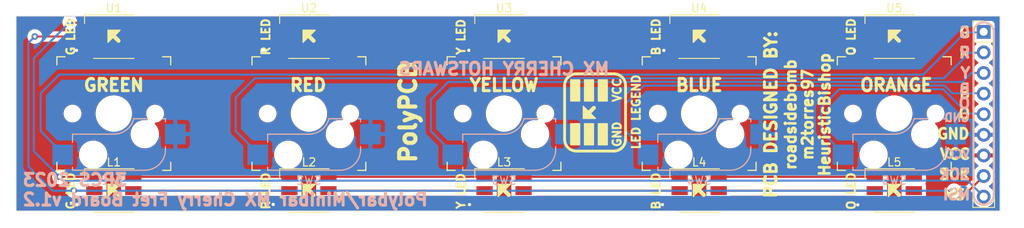
<source format=kicad_pcb>
(kicad_pcb (version 20221018) (generator pcbnew)
  (layers (0 "F.Cu" signal) (31 "B.Cu" signal) (34 "B.Paste" user) (35 "F.Paste" user) (36 "B.SilkS" user "B.Silkscreen") (37 "F.SilkS" user "F.Silkscreen") (38 "B.Mask" user) (39 "F.Mask" user) (44 "Edge.Cuts" user))
  (net 0 "")
  (net 1 "GND")
  (net 2 "Green")
  (net 3 "Red")
  (net 4 "Yellow")
  (net 5 "Blue")
  (net 6 "Orange")
  (net 7 "VCC")
  (net 8 "fret_sck")
  (net 9 "fret_mosi")
  (net 10 "Net-(L1-CO)")
  (net 11 "Net-(L1-DO)")
  (net 12 "Net-(L2-CO)")
  (net 13 "Net-(L2-DO)")
  (net 14 "Net-(L3-CO)")
  (net 15 "Net-(L3-DO)")
  (net 16 "Net-(L4-CO)")
  (net 17 "Net-(L4-DO)")
  (net 20 "Net-(U1-CO)")
  (net 21 "Net-(U1-DO)")
  (net 22 "Net-(U2-CO)")
  (net 23 "Net-(U2-DO)")
  (net 24 "Net-(U3-CO)")
  (net 25 "Net-(U3-DO)")
  (net 26 "Net-(U4-CO)")
  (net 27 "Net-(U4-DO)")
  (footprint "LED_SMD:LED_RGB_5050-6" (layer "F.Cu") (at 98 99.5)
    (fp_text reference "L2" (at 0 -3.5 180) (layer "F.SilkS"))
    (fp_text value "red_fret_led")
    (fp_line (start -3.6 -2.7) (end 2.5 -2.7) (stroke (width 0.12)) (layer "F.SilkS"))
    (fp_line (start -3.6 -1.6) (end -3.6 -2.7) (stroke (width 0.12)) (layer "F.SilkS"))
    (fp_line (start 2.5 2.7) (end -2.5 2.7) (stroke (width 0.12)) (layer "F.SilkS"))
    (pad "1" smd rect (at -2.4 -1.7 90) (size 1.1 2) (layers "F.Cu" "F.Paste" "F.Mask") (net 11 "Net-(L1-DO)"))
    (pad "2" smd rect (at -2.4 0 90) (size 1.1 2) (layers "F.Cu" "F.Paste" "F.Mask") (net 10 "Net-(L1-CO)"))
    (pad "3" smd rect (at -2.4 1.7 90) (size 1.1 2) (layers "F.Cu" "F.Paste" "F.Mask") (net 1 "GND"))
    (pad "4" smd rect (at 2.4 1.7 90) (size 1.1 2) (layers "F.Cu" "F.Paste" "F.Mask") (net 7 "VCC"))
    (pad "5" smd rect (at 2.4 0 90) (size 1.1 2) (layers "F.Cu" "F.Paste" "F.Mask") (net 12 "Net-(L2-CO)"))
    (pad "6" smd rect (at 2.4 -1.7 90) (size 1.1 2) (layers "F.Cu" "F.Paste" "F.Mask") (net 13 "Net-(L2-DO)"))
  )
  (footprint "Minibar:Kailh_Hotswap_MX" (layer "F.Cu") (at 122 90 180)
    (fp_text reference "SW3" (at 0 -8.255) (layer "B.SilkS") (effects (justify mirror)))
    (fp_text value "SW_HS")
    (fp_line (start -6.35 -4.445) (end -6.35 -4.064) (stroke (width 0.15)) (layer "B.SilkS"))
    (fp_line (start -6.35 -1.016) (end -6.35 -0.635) (stroke (width 0.15)) (layer "B.SilkS"))
    (fp_line (start -5.969 -0.635) (end -6.35 -0.635) (stroke (width 0.15)) (layer "B.SilkS"))
    (fp_line (start -3.81 -6.985) (end 5.08 -6.985) (stroke (width 0.15)) (layer "B.SilkS"))
    (fp_line (start -2.464162 -0.635) (end -4.191 -0.635) (stroke (width 0.15)) (layer "B.SilkS"))
    (fp_line (start 5.08 -6.985) (end 5.08 -6.604) (stroke (width 0.15)) (layer "B.SilkS"))
    (fp_line (start 5.08 -3.556) (end 5.08 -2.54) (stroke (width 0.15)) (layer "B.SilkS"))
    (fp_line (start 5.08 -2.54) (end 0 -2.54) (stroke (width 0.15)) (layer "B.SilkS"))
    (fp_arc (start -6.35 -4.445) (mid -5.606051 -6.241051) (end -3.81 -6.985) (stroke (width 0.15)) (layer "B.SilkS"))
    (fp_arc (start -2.464162 -0.61604) (mid -1.563147 -2.002042) (end 0 -2.54) (stroke (width 0.15)) (layer "B.SilkS"))
    (fp_line (start -7 -6) (end -7 -7) (stroke (width 0.15)) (layer "F.SilkS"))
    (fp_line (start -7 7) (end -7 6) (stroke (width 0.15)) (layer "F.SilkS"))
    (fp_line (start -7 7) (end -6 7) (stroke (width 0.15)) (layer "F.SilkS"))
    (fp_line (start -6 -7) (end -7 -7) (stroke (width 0.15)) (layer "F.SilkS"))
    (fp_line (start 6 7) (end 7 7) (stroke (width 0.15)) (layer "F.SilkS"))
    (fp_line (start 7 -7) (end 6 -7) (stroke (width 0.15)) (layer "F.SilkS"))
    (fp_line (start 7 -7) (end 7 -6) (stroke (width 0.15)) (layer "F.SilkS"))
    (fp_line (start 7 6) (end 7 7) (stroke (width 0.15)) (layer "F.SilkS"))
    (pad "" np_thru_hole circle (at -5.08 0 180) (size 1.7018 1.7018) (drill 1.7018) (layers "*.Cu" "*.Mask"))
    (pad "" np_thru_hole circle (at -3.81 -2.54 180) (size 3 3) (drill 3) (layers "*.Cu" "*.Mask"))
    (pad "" np_thru_hole circle (at 0 0 180) (size 3.9878 3.9878) (drill 3.9878) (layers "*.Cu" "*.Mask"))
    (pad "" np_thru_hole circle (at 2.54 -5.08 180) (size 3 3) (drill 3) (layers "*.Cu" "*.Mask"))
    (pad "" np_thru_hole circle (at 5.08 0 180) (size 1.7018 1.7018) (drill 1.7018) (layers "*.Cu" "*.Mask"))
    (pad "1" smd rect (at 6.29 -5.08 180) (size 2.55 2.5) (layers "B.Cu" "B.Paste" "B.Mask") (net 4 "Yellow"))
    (pad "2" smd rect (at -7.56 -2.54 180) (size 2.55 2.5) (layers "B.Cu" "B.Paste" "B.Mask") (net 1 "GND"))
  )
  (footprint "LED_SMD:LED_RGB_5050-6" (layer "F.Cu") (at 146 99.5)
    (fp_text reference "L4" (at 0 -3.5 180) (layer "F.SilkS"))
    (fp_text value "blue_fret_led")
    (fp_line (start -3.6 -2.7) (end 2.5 -2.7) (stroke (width 0.12)) (layer "F.SilkS"))
    (fp_line (start -3.6 -1.6) (end -3.6 -2.7) (stroke (width 0.12)) (layer "F.SilkS"))
    (fp_line (start 2.5 2.7) (end -2.5 2.7) (stroke (width 0.12)) (layer "F.SilkS"))
    (pad "1" smd rect (at -2.4 -1.7 90) (size 1.1 2) (layers "F.Cu" "F.Paste" "F.Mask") (net 15 "Net-(L3-DO)"))
    (pad "2" smd rect (at -2.4 0 90) (size 1.1 2) (layers "F.Cu" "F.Paste" "F.Mask") (net 14 "Net-(L3-CO)"))
    (pad "3" smd rect (at -2.4 1.7 90) (size 1.1 2) (layers "F.Cu" "F.Paste" "F.Mask") (net 1 "GND"))
    (pad "4" smd rect (at 2.4 1.7 90) (size 1.1 2) (layers "F.Cu" "F.Paste" "F.Mask") (net 7 "VCC"))
    (pad "5" smd rect (at 2.4 0 90) (size 1.1 2) (layers "F.Cu" "F.Paste" "F.Mask") (net 16 "Net-(L4-CO)"))
    (pad "6" smd rect (at 2.4 -1.7 90) (size 1.1 2) (layers "F.Cu" "F.Paste" "F.Mask") (net 17 "Net-(L4-DO)"))
  )
  (footprint "LED_SMD:LED_RGB_5050-6" (layer "F.Cu") (at 98 80.5)
    (fp_text reference "U2" (at 0 -3.5 180) (layer "F.SilkS"))
    (fp_text value "red_fret_led")
    (fp_line (start -3.6 -2.7) (end 2.5 -2.7) (stroke (width 0.12)) (layer "F.SilkS"))
    (fp_line (start -3.6 -1.6) (end -3.6 -2.7) (stroke (width 0.12)) (layer "F.SilkS"))
    (fp_line (start 2.5 2.7) (end -2.5 2.7) (stroke (width 0.12)) (layer "F.SilkS"))
    (pad "1" smd rect (at -2.4 -1.7 90) (size 1.1 2) (layers "F.Cu" "F.Paste" "F.Mask") (net 21 "Net-(U1-DO)"))
    (pad "2" smd rect (at -2.4 0 90) (size 1.1 2) (layers "F.Cu" "F.Paste" "F.Mask") (net 20 "Net-(U1-CO)"))
    (pad "3" smd rect (at -2.4 1.7 90) (size 1.1 2) (layers "F.Cu" "F.Paste" "F.Mask") (net 1 "GND"))
    (pad "4" smd rect (at 2.4 1.7 90) (size 1.1 2) (layers "F.Cu" "F.Paste" "F.Mask") (net 7 "VCC"))
    (pad "5" smd rect (at 2.4 0 90) (size 1.1 2) (layers "F.Cu" "F.Paste" "F.Mask") (net 22 "Net-(U2-CO)"))
    (pad "6" smd rect (at 2.4 -1.7 90) (size 1.1 2) (layers "F.Cu" "F.Paste" "F.Mask") (net 23 "Net-(U2-DO)"))
  )
  (footprint "LED_SMD:LED_RGB_5050-6" (layer "F.Cu") (at 146 80.5)
    (fp_text reference "U4" (at 0 -3.5 180) (layer "F.SilkS"))
    (fp_text value "blue_fret_led")
    (fp_line (start -3.6 -2.7) (end 2.5 -2.7) (stroke (width 0.12)) (layer "F.SilkS"))
    (fp_line (start -3.6 -1.6) (end -3.6 -2.7) (stroke (width 0.12)) (layer "F.SilkS"))
    (fp_line (start 2.5 2.7) (end -2.5 2.7) (stroke (width 0.12)) (layer "F.SilkS"))
    (pad "1" smd rect (at -2.4 -1.7 90) (size 1.1 2) (layers "F.Cu" "F.Paste" "F.Mask") (net 25 "Net-(U3-DO)"))
    (pad "2" smd rect (at -2.4 0 90) (size 1.1 2) (layers "F.Cu" "F.Paste" "F.Mask") (net 24 "Net-(U3-CO)"))
    (pad "3" smd rect (at -2.4 1.7 90) (size 1.1 2) (layers "F.Cu" "F.Paste" "F.Mask") (net 1 "GND"))
    (pad "4" smd rect (at 2.4 1.7 90) (size 1.1 2) (layers "F.Cu" "F.Paste" "F.Mask") (net 7 "VCC"))
    (pad "5" smd rect (at 2.4 0 90) (size 1.1 2) (layers "F.Cu" "F.Paste" "F.Mask") (net 26 "Net-(U4-CO)"))
    (pad "6" smd rect (at 2.4 -1.7 90) (size 1.1 2) (layers "F.Cu" "F.Paste" "F.Mask") (net 27 "Net-(U4-DO)"))
  )
  (footprint "LED_SMD:LED_RGB_5050-6" (layer "F.Cu") (at 170 80.5)
    (fp_text reference "U5" (at 0 -3.5 180) (layer "F.SilkS"))
    (fp_text value "orange_fret_led")
    (fp_line (start -3.6 -2.7) (end 2.5 -2.7) (stroke (width 0.12)) (layer "F.SilkS"))
    (fp_line (start -3.6 -1.6) (end -3.6 -2.7) (stroke (width 0.12)) (layer "F.SilkS"))
    (fp_line (start 2.5 2.7) (end -2.5 2.7) (stroke (width 0.12)) (layer "F.SilkS"))
    (pad "1" smd rect (at -2.4 -1.7 90) (size 1.1 2) (layers "F.Cu" "F.Paste" "F.Mask") (net 27 "Net-(U4-DO)"))
    (pad "2" smd rect (at -2.4 0 90) (size 1.1 2) (layers "F.Cu" "F.Paste" "F.Mask") (net 26 "Net-(U4-CO)"))
    (pad "3" smd rect (at -2.4 1.7 90) (size 1.1 2) (layers "F.Cu" "F.Paste" "F.Mask") (net 1 "GND"))
    (pad "4" smd rect (at 2.4 1.7 90) (size 1.1 2) (layers "F.Cu" "F.Paste" "F.Mask") (net 7 "VCC"))
    (pad "5" smd rect (at 2.4 0 90) (size 1.1 2) (layers "F.Cu" "F.Paste" "F.Mask"))
    (pad "6" smd rect (at 2.4 -1.7 90) (size 1.1 2) (layers "F.Cu" "F.Paste" "F.Mask"))
  )
  (footprint "LED_SMD:LED_RGB_5050-6" (layer "F.Cu") (at 74 80.5)
    (fp_text reference "U1" (at 0 -3.5 180) (layer "F.SilkS"))
    (fp_text value "green_fret_led")
    (fp_line (start -3.6 -2.7) (end 2.5 -2.7) (stroke (width 0.12)) (layer "F.SilkS"))
    (fp_line (start -3.6 -1.6) (end -3.6 -2.7) (stroke (width 0.12)) (layer "F.SilkS"))
    (fp_line (start 2.5 2.7) (end -2.5 2.7) (stroke (width 0.12)) (layer "F.SilkS"))
    (pad "1" smd rect (at -2.4 -1.7 90) (size 1.1 2) (layers "F.Cu" "F.Paste" "F.Mask") (net 9 "fret_mosi"))
    (pad "2" smd rect (at -2.4 0 90) (size 1.1 2) (layers "F.Cu" "F.Paste" "F.Mask") (net 8 "fret_sck"))
    (pad "3" smd rect (at -2.4 1.7 90) (size 1.1 2) (layers "F.Cu" "F.Paste" "F.Mask") (net 1 "GND"))
    (pad "4" smd rect (at 2.4 1.7 90) (size 1.1 2) (layers "F.Cu" "F.Paste" "F.Mask") (net 7 "VCC"))
    (pad "5" smd rect (at 2.4 0 90) (size 1.1 2) (layers "F.Cu" "F.Paste" "F.Mask") (net 20 "Net-(U1-CO)"))
    (pad "6" smd rect (at 2.4 -1.7 90) (size 1.1 2) (layers "F.Cu" "F.Paste" "F.Mask") (net 21 "Net-(U1-DO)"))
  )
  (footprint "LED_SMD:LED_RGB_5050-6" (layer "F.Cu") (at 170 99.5)
    (fp_text reference "L5" (at 0 -3.5 180) (layer "F.SilkS"))
    (fp_text value "orange_fret_led")
    (fp_line (start -3.6 -2.7) (end 2.5 -2.7) (stroke (width 0.12)) (layer "F.SilkS"))
    (fp_line (start -3.6 -1.6) (end -3.6 -2.7) (stroke (width 0.12)) (layer "F.SilkS"))
    (fp_line (start 2.5 2.7) (end -2.5 2.7) (stroke (width 0.12)) (layer "F.SilkS"))
    (pad "1" smd rect (at -2.4 -1.7 90) (size 1.1 2) (layers "F.Cu" "F.Paste" "F.Mask") (net 17 "Net-(L4-DO)"))
    (pad "2" smd rect (at -2.4 0 90) (size 1.1 2) (layers "F.Cu" "F.Paste" "F.Mask") (net 16 "Net-(L4-CO)"))
    (pad "3" smd rect (at -2.4 1.7 90) (size 1.1 2) (layers "F.Cu" "F.Paste" "F.Mask") (net 1 "GND"))
    (pad "4" smd rect (at 2.4 1.7 90) (size 1.1 2) (layers "F.Cu" "F.Paste" "F.Mask") (net 7 "VCC"))
    (pad "5" smd rect (at 2.4 0 90) (size 1.1 2) (layers "F.Cu" "F.Paste" "F.Mask"))
    (pad "6" smd rect (at 2.4 -1.7 90) (size 1.1 2) (layers "F.Cu" "F.Paste" "F.Mask"))
  )
  (footprint "Minibar:Kailh_Hotswap_MX" (layer "F.Cu") (at 74 90 180)
    (fp_text reference "SW1" (at 0 -8.255) (layer "B.SilkS") (effects (justify mirror)))
    (fp_text value "SW_HS")
    (fp_line (start -6.35 -4.445) (end -6.35 -4.064) (stroke (width 0.15)) (layer "B.SilkS"))
    (fp_line (start -6.35 -1.016) (end -6.35 -0.635) (stroke (width 0.15)) (layer "B.SilkS"))
    (fp_line (start -5.969 -0.635) (end -6.35 -0.635) (stroke (width 0.15)) (layer "B.SilkS"))
    (fp_line (start -3.81 -6.985) (end 5.08 -6.985) (stroke (width 0.15)) (layer "B.SilkS"))
    (fp_line (start -2.464162 -0.635) (end -4.191 -0.635) (stroke (width 0.15)) (layer "B.SilkS"))
    (fp_line (start 5.08 -6.985) (end 5.08 -6.604) (stroke (width 0.15)) (layer "B.SilkS"))
    (fp_line (start 5.08 -3.556) (end 5.08 -2.54) (stroke (width 0.15)) (layer "B.SilkS"))
    (fp_line (start 5.08 -2.54) (end 0 -2.54) (stroke (width 0.15)) (layer "B.SilkS"))
    (fp_arc (start -6.35 -4.445) (mid -5.606051 -6.241051) (end -3.81 -6.985) (stroke (width 0.15)) (layer "B.SilkS"))
    (fp_arc (start -2.464162 -0.61604) (mid -1.563147 -2.002042) (end 0 -2.54) (stroke (width 0.15)) (layer "B.SilkS"))
    (fp_line (start -7 -6) (end -7 -7) (stroke (width 0.15)) (layer "F.SilkS"))
    (fp_line (start -7 7) (end -7 6) (stroke (width 0.15)) (layer "F.SilkS"))
    (fp_line (start -7 7) (end -6 7) (stroke (width 0.15)) (layer "F.SilkS"))
    (fp_line (start -6 -7) (end -7 -7) (stroke (width 0.15)) (layer "F.SilkS"))
    (fp_line (start 6 7) (end 7 7) (stroke (width 0.15)) (layer "F.SilkS"))
    (fp_line (start 7 -7) (end 6 -7) (stroke (width 0.15)) (layer "F.SilkS"))
    (fp_line (start 7 -7) (end 7 -6) (stroke (width 0.15)) (layer "F.SilkS"))
    (fp_line (start 7 6) (end 7 7) (stroke (width 0.15)) (layer "F.SilkS"))
    (pad "" np_thru_hole circle (at -5.08 0 180) (size 1.7018 1.7018) (drill 1.7018) (layers "*.Cu" "*.Mask"))
    (pad "" np_thru_hole circle (at -3.81 -2.54 180) (size 3 3) (drill 3) (layers "*.Cu" "*.Mask"))
    (pad "" np_thru_hole circle (at 0 0 180) (size 3.9878 3.9878) (drill 3.9878) (layers "*.Cu" "*.Mask"))
    (pad "" np_thru_hole circle (at 2.54 -5.08 180) (size 3 3) (drill 3) (layers "*.Cu" "*.Mask"))
    (pad "" np_thru_hole circle (at 5.08 0 180) (size 1.7018 1.7018) (drill 1.7018) (layers "*.Cu" "*.Mask"))
    (pad "1" smd rect (at 6.29 -5.08 180) (size 2.55 2.5) (layers "B.Cu" "B.Paste" "B.Mask") (net 2 "Green"))
    (pad "2" smd rect (at -7.56 -2.54 180) (size 2.55 2.5) (layers "B.Cu" "B.Paste" "B.Mask") (net 1 "GND"))
  )
  (footprint "LED_SMD:LED_RGB_5050-6" (layer "F.Cu") (at 122 99.5)
    (fp_text reference "L3" (at 0 -3.5 180) (layer "F.SilkS"))
    (fp_text value "yellow_fret_led")
    (fp_line (start -3.6 -2.7) (end 2.5 -2.7) (stroke (width 0.12)) (layer "F.SilkS"))
    (fp_line (start -3.6 -1.6) (end -3.6 -2.7) (stroke (width 0.12)) (layer "F.SilkS"))
    (fp_line (start 2.5 2.7) (end -2.5 2.7) (stroke (width 0.12)) (layer "F.SilkS"))
    (pad "1" smd rect (at -2.4 -1.7 90) (size 1.1 2) (layers "F.Cu" "F.Paste" "F.Mask") (net 13 "Net-(L2-DO)"))
    (pad "2" smd rect (at -2.4 0 90) (size 1.1 2) (layers "F.Cu" "F.Paste" "F.Mask") (net 12 "Net-(L2-CO)"))
    (pad "3" smd rect (at -2.4 1.7 90) (size 1.1 2) (layers "F.Cu" "F.Paste" "F.Mask") (net 1 "GND"))
    (pad "4" smd rect (at 2.4 1.7 90) (size 1.1 2) (layers "F.Cu" "F.Paste" "F.Mask") (net 7 "VCC"))
    (pad "5" smd rect (at 2.4 0 90) (size 1.1 2) (layers "F.Cu" "F.Paste" "F.Mask") (net 14 "Net-(L3-CO)"))
    (pad "6" smd rect (at 2.4 -1.7 90) (size 1.1 2) (layers "F.Cu" "F.Paste" "F.Mask") (net 15 "Net-(L3-DO)"))
  )
  (footprint "Minibar:Kailh_Hotswap_MX" (layer "F.Cu") (at 170 90 180)
    (fp_text reference "SW5" (at 0 -8.255) (layer "B.SilkS") (effects (justify mirror)))
    (fp_text value "SW_HS")
    (fp_line (start -6.35 -4.445) (end -6.35 -4.064) (stroke (width 0.15)) (layer "B.SilkS"))
    (fp_line (start -6.35 -1.016) (end -6.35 -0.635) (stroke (width 0.15)) (layer "B.SilkS"))
    (fp_line (start -5.969 -0.635) (end -6.35 -0.635) (stroke (width 0.15)) (layer "B.SilkS"))
    (fp_line (start -3.81 -6.985) (end 5.08 -6.985) (stroke (width 0.15)) (layer "B.SilkS"))
    (fp_line (start -2.464162 -0.635) (end -4.191 -0.635) (stroke (width 0.15)) (layer "B.SilkS"))
    (fp_line (start 5.08 -6.985) (end 5.08 -6.604) (stroke (width 0.15)) (layer "B.SilkS"))
    (fp_line (start 5.08 -3.556) (end 5.08 -2.54) (stroke (width 0.15)) (layer "B.SilkS"))
    (fp_line (start 5.08 -2.54) (end 0 -2.54) (stroke (width 0.15)) (layer "B.SilkS"))
    (fp_arc (start -6.35 -4.445) (mid -5.606051 -6.241051) (end -3.81 -6.985) (stroke (width 0.15)) (layer "B.SilkS"))
    (fp_arc (start -2.464162 -0.61604) (mid -1.563147 -2.002042) (end 0 -2.54) (stroke (width 0.15)) (layer "B.SilkS"))
    (fp_line (start -7 -6) (end -7 -7) (stroke (width 0.15)) (layer "F.SilkS"))
    (fp_line (start -7 7) (end -7 6) (stroke (width 0.15)) (layer "F.SilkS"))
    (fp_line (start -7 7) (end -6 7) (stroke (width 0.15)) (layer "F.SilkS"))
    (fp_line (start -6 -7) (end -7 -7) (stroke (width 0.15)) (layer "F.SilkS"))
    (fp_line (start 6 7) (end 7 7) (stroke (width 0.15)) (layer "F.SilkS"))
    (fp_line (start 7 -7) (end 6 -7) (stroke (width 0.15)) (layer "F.SilkS"))
    (fp_line (start 7 -7) (end 7 -6) (stroke (width 0.15)) (layer "F.SilkS"))
    (fp_line (start 7 6) (end 7 7) (stroke (width 0.15)) (layer "F.SilkS"))
    (pad "" np_thru_hole circle (at -5.08 0 180) (size 1.7018 1.7018) (drill 1.7018) (layers "*.Cu" "*.Mask"))
    (pad "" np_thru_hole circle (at -3.81 -2.54 180) (size 3 3) (drill 3) (layers "*.Cu" "*.Mask"))
    (pad "" np_thru_hole circle (at 0 0 180) (size 3.9878 3.9878) (drill 3.9878) (layers "*.Cu" "*.Mask"))
    (pad "" np_thru_hole circle (at 2.54 -5.08 180) (size 3 3) (drill 3) (layers "*.Cu" "*.Mask"))
    (pad "" np_thru_hole circle (at 5.08 0 180) (size 1.7018 1.7018) (drill 1.7018) (layers "*.Cu" "*.Mask"))
    (pad "1" smd rect (at 6.29 -5.08 180) (size 2.55 2.5) (layers "B.Cu" "B.Paste" "B.Mask") (net 6 "Orange"))
    (pad "2" smd rect (at -7.56 -2.54 180) (size 2.55 2.5) (layers "B.Cu" "B.Paste" "B.Mask") (net 1 "GND"))
  )
  (footprint "LED_SMD:LED_RGB_5050-6" (layer "F.Cu") (at 122 80.5)
    (fp_text reference "U3" (at 0 -3.5 180) (layer "F.SilkS"))
    (fp_text value "yellow_fret_led")
    (fp_line (start -3.6 -2.7) (end 2.5 -2.7) (stroke (width 0.12)) (layer "F.SilkS"))
    (fp_line (start -3.6 -1.6) (end -3.6 -2.7) (stroke (width 0.12)) (layer "F.SilkS"))
    (fp_line (start 2.5 2.7) (end -2.5 2.7) (stroke (width 0.12)) (layer "F.SilkS"))
    (pad "1" smd rect (at -2.4 -1.7 90) (size 1.1 2) (layers "F.Cu" "F.Paste" "F.Mask") (net 23 "Net-(U2-DO)"))
    (pad "2" smd rect (at -2.4 0 90) (size 1.1 2) (layers "F.Cu" "F.Paste" "F.Mask") (net 22 "Net-(U2-CO)"))
    (pad "3" smd rect (at -2.4 1.7 90) (size 1.1 2) (layers "F.Cu" "F.Paste" "F.Mask") (net 1 "GND"))
    (pad "4" smd rect (at 2.4 1.7 90) (size 1.1 2) (layers "F.Cu" "F.Paste" "F.Mask") (net 7 "VCC"))
    (pad "5" smd rect (at 2.4 0 90) (size 1.1 2) (layers "F.Cu" "F.Paste" "F.Mask") (net 24 "Net-(U3-CO)"))
    (pad "6" smd rect (at 2.4 -1.7 90) (size 1.1 2) (layers "F.Cu" "F.Paste" "F.Mask") (net 25 "Net-(U3-DO)"))
  )
  (footprint "Minibar:Kailh_Hotswap_MX" (layer "F.Cu") (at 146 90 180)
    (fp_text reference "SW4" (at 0 -8.255) (layer "B.SilkS") (effects (justify mirror)))
    (fp_text value "SW_HS")
    (fp_line (start -6.35 -4.445) (end -6.35 -4.064) (stroke (width 0.15)) (layer "B.SilkS"))
    (fp_line (start -6.35 -1.016) (end -6.35 -0.635) (stroke (width 0.15)) (layer "B.SilkS"))
    (fp_line (start -5.969 -0.635) (end -6.35 -0.635) (stroke (width 0.15)) (layer "B.SilkS"))
    (fp_line (start -3.81 -6.985) (end 5.08 -6.985) (stroke (width 0.15)) (layer "B.SilkS"))
    (fp_line (start -2.464162 -0.635) (end -4.191 -0.635) (stroke (width 0.15)) (layer "B.SilkS"))
    (fp_line (start 5.08 -6.985) (end 5.08 -6.604) (stroke (width 0.15)) (layer "B.SilkS"))
    (fp_line (start 5.08 -3.556) (end 5.08 -2.54) (stroke (width 0.15)) (layer "B.SilkS"))
    (fp_line (start 5.08 -2.54) (end 0 -2.54) (stroke (width 0.15)) (layer "B.SilkS"))
    (fp_arc (start -6.35 -4.445) (mid -5.606051 -6.241051) (end -3.81 -6.985) (stroke (width 0.15)) (layer "B.SilkS"))
    (fp_arc (start -2.464162 -0.61604) (mid -1.563147 -2.002042) (end 0 -2.54) (stroke (width 0.15)) (layer "B.SilkS"))
    (fp_line (start -7 -6) (end -7 -7) (stroke (width 0.15)) (layer "F.SilkS"))
    (fp_line (start -7 7) (end -7 6) (stroke (width 0.15)) (layer "F.SilkS"))
    (fp_line (start -7 7) (end -6 7) (stroke (width 0.15)) (layer "F.SilkS"))
    (fp_line (start -6 -7) (end -7 -7) (stroke (width 0.15)) (layer "F.SilkS"))
    (fp_line (start 6 7) (end 7 7) (stroke (width 0.15)) (layer "F.SilkS"))
    (fp_line (start 7 -7) (end 6 -7) (stroke (width 0.15)) (layer "F.SilkS"))
    (fp_line (start 7 -7) (end 7 -6) (stroke (width 0.15)) (layer "F.SilkS"))
    (fp_line (start 7 6) (end 7 7) (stroke (width 0.15)) (layer "F.SilkS"))
    (pad "" np_thru_hole circle (at -5.08 0 180) (size 1.7018 1.7018) (drill 1.7018) (layers "*.Cu" "*.Mask"))
    (pad "" np_thru_hole circle (at -3.81 -2.54 180) (size 3 3) (drill 3) (layers "*.Cu" "*.Mask"))
    (pad "" np_thru_hole circle (at 0 0 180) (size 3.9878 3.9878) (drill 3.9878) (layers "*.Cu" "*.Mask"))
    (pad "" np_thru_hole circle (at 2.54 -5.08 180) (size 3 3) (drill 3) (layers "*.Cu" "*.Mask"))
    (pad "" np_thru_hole circle (at 5.08 0 180) (size 1.7018 1.7018) (drill 1.7018) (layers "*.Cu" "*.Mask"))
    (pad "1" smd rect (at 6.29 -5.08 180) (size 2.55 2.5) (layers "B.Cu" "B.Paste" "B.Mask") (net 5 "Blue"))
    (pad "2" smd rect (at -7.56 -2.54 180) (size 2.55 2.5) (layers "B.Cu" "B.Paste" "B.Mask") (net 1 "GND"))
  )
  (footprint "LED_SMD:LED_RGB_5050-6" (layer "F.Cu") (at 74 99.5)
    (fp_text reference "L1" (at 0 -3.5 180) (layer "F.SilkS"))
    (fp_text value "green_fret_led")
    (fp_line (start -3.6 -2.7) (end 2.5 -2.7) (stroke (width 0.12)) (layer "F.SilkS"))
    (fp_line (start -3.6 -1.6) (end -3.6 -2.7) (stroke (width 0.12)) (layer "F.SilkS"))
    (fp_line (start 2.5 2.7) (end -2.5 2.7) (stroke (width 0.12)) (layer "F.SilkS"))
    (pad "1" smd rect (at -2.4 -1.7 90) (size 1.1 2) (layers "F.Cu" "F.Paste" "F.Mask") (net 9 "fret_mosi"))
    (pad "2" smd rect (at -2.4 0 90) (size 1.1 2) (layers "F.Cu" "F.Paste" "F.Mask") (net 8 "fret_sck"))
    (pad "3" smd rect (at -2.4 1.7 90) (size 1.1 2) (layers "F.Cu" "F.Paste" "F.Mask") (net 1 "GND"))
    (pad "4" smd rect (at 2.4 1.7 90) (size 1.1 2) (layers "F.Cu" "F.Paste" "F.Mask") (net 7 "VCC"))
    (pad "5" smd rect (at 2.4 0 90) (size 1.1 2) (layers "F.Cu" "F.Paste" "F.Mask") (net 10 "Net-(L1-CO)"))
    (pad "6" smd rect (at 2.4 -1.7 90) (size 1.1 2) (layers "F.Cu" "F.Paste" "F.Mask") (net 11 "Net-(L1-DO)"))
  )
  (footprint "Minibar:Kailh_Hotswap_MX" (layer "F.Cu") (at 98 90 180)
    (fp_text reference "SW2" (at 0 -8.255) (layer "B.SilkS") (effects (justify mirror)))
    (fp_text value "SW_HS")
    (fp_line (start -6.35 -4.445) (end -6.35 -4.064) (stroke (width 0.15)) (layer "B.SilkS"))
    (fp_line (start -6.35 -1.016) (end -6.35 -0.635) (stroke (width 0.15)) (layer "B.SilkS"))
    (fp_line (start -5.969 -0.635) (end -6.35 -0.635) (stroke (width 0.15)) (layer "B.SilkS"))
    (fp_line (start -3.81 -6.985) (end 5.08 -6.985) (stroke (width 0.15)) (layer "B.SilkS"))
    (fp_line (start -2.464162 -0.635) (end -4.191 -0.635) (stroke (width 0.15)) (layer "B.SilkS"))
    (fp_line (start 5.08 -6.985) (end 5.08 -6.604) (stroke (width 0.15)) (layer "B.SilkS"))
    (fp_line (start 5.08 -3.556) (end 5.08 -2.54) (stroke (width 0.15)) (layer "B.SilkS"))
    (fp_line (start 5.08 -2.54) (end 0 -2.54) (stroke (width 0.15)) (layer "B.SilkS"))
    (fp_arc (start -6.35 -4.445) (mid -5.606051 -6.241051) (end -3.81 -6.985) (stroke (width 0.15)) (layer "B.SilkS"))
    (fp_arc (start -2.464162 -0.61604) (mid -1.563147 -2.002042) (end 0 -2.54) (stroke (width 0.15)) (layer "B.SilkS"))
    (fp_line (start -7 -6) (end -7 -7) (stroke (width 0.15)) (layer "F.SilkS"))
    (fp_line (start -7 7) (end -7 6) (stroke (width 0.15)) (layer "F.SilkS"))
    (fp_line (start -7 7) (end -6 7) (stroke (width 0.15)) (layer "F.SilkS"))
    (fp_line (start -6 -7) (end -7 -7) (stroke (width 0.15)) (layer "F.SilkS"))
    (fp_line (start 6 7) (end 7 7) (stroke (width 0.15)) (layer "F.SilkS"))
    (fp_line (start 7 -7) (end 6 -7) (stroke (width 0.15)) (layer "F.SilkS"))
    (fp_line (start 7 -7) (end 7 -6) (stroke (width 0.15)) (layer "F.SilkS"))
    (fp_line (start 7 6) (end 7 7) (stroke (width 0.15)) (layer "F.SilkS"))
    (pad "" np_thru_hole circle (at -5.08 0 180) (size 1.7018 1.7018) (drill 1.7018) (layers "*.Cu" "*.Mask"))
    (pad "" np_thru_hole circle (at -3.81 -2.54 180) (size 3 3) (drill 3) (layers "*.Cu" "*.Mask"))
    (pad "" np_thru_hole circle (at 0 0 180) (size 3.9878 3.9878) (drill 3.9878) (layers "*.Cu" "*.Mask"))
    (pad "" np_thru_hole circle (at 2.54 -5.08 180) (size 3 3) (drill 3) (layers "*.Cu" "*.Mask"))
    (pad "" np_thru_hole circle (at 5.08 0 180) (size 1.7018 1.7018) (drill 1.7018) (layers "*.Cu" "*.Mask"))
    (pad "1" smd rect (at 6.29 -5.08 180) (size 2.55 2.5) (layers "B.Cu" "B.Paste" "B.Mask") (net 3 "Red"))
    (pad "2" smd rect (at -7.56 -2.54 180) (size 2.55 2.5) (layers "B.Cu" "B.Paste" "B.Mask") (net 1 "GND"))
  )
  (footprint "Connector_PinHeader_2.54mm:PinHeader_1x09_P2.54mm_Vertical" (layer "F.Cu") (at 181 79.92)
    (fp_text reference "J1" hide)
    (fp_text value "Conn_01x09_Pin" hide)
    (fp_line (start -1.33 -1.33) (end 0 -1.33) (stroke (width 0.12)) (layer "F.SilkS"))
    (fp_line (start -1.33 0) (end -1.33 -1.33) (stroke (width 0.12)) (layer "F.SilkS"))
    (fp_line (start -1.33 1.27) (end -1.33 21.65) (stroke (width 0.12)) (layer "F.SilkS"))
    (fp_line (start -1.33 1.27) (end 1.33 1.27) (stroke (width 0.12)) (layer "F.SilkS"))
    (fp_line (start -1.33 21.65) (end 1.33 21.65) (stroke (width 0.12)) (layer "F.SilkS"))
    (fp_line (start 1.33 1.27) (end 1.33 21.65) (stroke (width 0.12)) (layer "F.SilkS"))
    (pad "1" thru_hole rect (at 0 0) (size 1.7 1.7) (drill 1) (layers "*.Cu" "*.Mask") (net 2 "Green"))
    (pad "2" thru_hole oval (at 0 2.54) (size 1.7 1.7) (drill 1) (layers "*.Cu" "*.Mask") (net 3 "Red"))
    (pad "3" thru_hole oval (at 0 5.08) (size 1.7 1.7) (drill 1) (layers "*.Cu" "*.Mask") (net 4 "Yellow"))
    (pad "4" thru_hole oval (at 0 7.62) (size 1.7 1.7) (drill 1) (layers "*.Cu" "*.Mask") (net 5 "Blue"))
    (pad "5" thru_hole oval (at 0 10.16) (size 1.7 1.7) (drill 1) (layers "*.Cu" "*.Mask") (net 6 "Orange"))
    (pad "6" thru_hole oval (at 0 12.7) (size 1.7 1.7) (drill 1) (layers "*.Cu" "*.Mask") (net 1 "GND"))
    (pad "7" thru_hole oval (at 0 15.24) (size 1.7 1.7) (drill 1) (layers "*.Cu" "*.Mask") (net 7 "VCC"))
    (pad "8" thru_hole oval (at 0 17.78) (size 1.7 1.7) (drill 1) (layers "*.Cu" "*.Mask") (net 8 "fret_sck"))
    (pad "9" thru_hole oval (at 0 20.32) (size 1.7 1.7) (drill 1) (layers "*.Cu" "*.Mask") (net 9 "fret_mosi"))
  )
  (gr_arc (start 179.75 80) (mid 181 78.75) (end 182.25 80) (stroke (width 0.25)) (layer "B.SilkS"))
  (gr_arc (start 182.25 100) (mid 181 101.25) (end 179.75 100) (stroke (width 0.25)) (layer "B.SilkS"))
  (gr_line (start 182.25 80) (end 182.25 100) (stroke (width 0.25)) (layer "B.SilkS"))
  (gr_line (start 179.75 100) (end 179.75 80) (stroke (width 0.25)) (layer "B.SilkS"))
  (gr_line (start 121.275 98.725) (end 122.775 98.725) (stroke (width 0.12)) (layer "F.SilkS"))
  (gr_poly (pts (xy 73.275 100.225) (xy 73.275 98.725) (xy 74.775 98.725)) (stroke (width 0.12)) (fill solid) (layer "F.SilkS"))
  (gr_line (start 169.9 80.35) (end 170.575 81.025) (stroke (width 0.5)) (layer "F.SilkS"))
  (gr_line (start 130.9 85.099295) (end 135.5 85.099295) (stroke (width 0.35)) (layer "F.SilkS"))
  (gr_arc (start 179.75 80) (mid 181 78.75) (end 182.25 80) (stroke (width 0.25)) (layer "F.SilkS"))
  (gr_rect (start 133.6 85.849295) (end 134.7 88.449295) (stroke (width 0.15)) (fill solid) (layer "F.SilkS"))
  (gr_arc (start 130.9 94.624695) (mid 129.874695 94.2) (end 129.45 93.174695) (stroke (width 0.35)) (layer "F.SilkS"))
  (gr_line (start 73.9 80.35) (end 74.575 81.025) (stroke (width 0.5)) (layer "F.SilkS"))
  (gr_line (start 133.25 90.599295) (end 131.75 90.599295) (stroke (width 0.12)) (layer "F.SilkS"))
  (gr_line (start 145.275 81.225) (end 145.275 79.725) (stroke (width 0.12)) (layer "F.SilkS"))
  (gr_line (start 136.95 93.174695) (end 136.95 86.549295) (stroke (width 0.35)) (layer "F.SilkS"))
  (gr_line (start 97.9 80.35) (end 98.575 81.025) (stroke (width 0.5)) (layer "F.SilkS"))
  (gr_line (start 97.275 79.725) (end 98.775 79.725) (stroke (width 0.12)) (layer "F.SilkS"))
  (gr_line (start 73.275 81.225) (end 73.275 79.725) (stroke (width 0.12)) (layer "F.SilkS"))
  (gr_line (start 97.275 100.225) (end 97.275 98.725) (stroke (width 0.12)) (layer "F.SilkS"))
  (gr_line (start 97.275 81.225) (end 97.275 79.725) (stroke (width 0.12)) (layer "F.SilkS"))
  (gr_poly (pts (xy 169.275 100.225) (xy 169.275 98.725) (xy 170.775 98.725)) (stroke (width 0.12)) (fill solid) (layer "F.SilkS"))
  (gr_line (start 131.75 90.599295) (end 131.75 89.099295) (stroke (width 0.12)) (layer "F.SilkS"))
  (gr_line (start 122.775 79.725) (end 121.275 81.225) (stroke (width 0.12)) (layer "F.SilkS"))
  (gr_line (start 131.75 89.099295) (end 133.25 90.599295) (stroke (width 0.12)) (layer "F.SilkS"))
  (gr_line (start 145.275 100.225) (end 145.275 98.725) (stroke (width 0.12)) (layer "F.SilkS"))
  (gr_rect (start 130.2 85.849295) (end 131.3 88.449295) (stroke (width 0.15)) (fill solid) (layer "F.SilkS"))
  (gr_line (start 179.75 80) (end 179.75 100) (stroke (width 0.25)) (layer "F.SilkS"))
  (gr_poly (pts (xy 133.25 90.599295) (xy 131.75 90.599295) (xy 131.75 89.099295)) (stroke (width 0.12)) (fill solid) (layer "F.SilkS"))
  (gr_line (start 121.275 100.225) (end 121.275 98.725) (stroke (width 0.12)) (layer "F.SilkS"))
  (gr_line (start 97.9 99.35) (end 98.575 100.025) (stroke (width 0.5)) (layer "F.SilkS"))
  (gr_line (start 169.9 99.35) (end 170.575 100.025) (stroke (width 0.5)) (layer "F.SilkS"))
  (gr_line (start 145.9 80.35) (end 146.575 81.025) (stroke (width 0.5)) (layer "F.SilkS"))
  (gr_line (start 121.9 99.35) (end 122.575 100.025) (stroke (width 0.5)) (layer "F.SilkS"))
  (gr_line (start 132.375 89.974295) (end 133.05 89.299295) (stroke (width 0.5)) (layer "F.SilkS"))
  (gr_line (start 98.775 79.725) (end 97.275 81.225) (stroke (width 0.12)) (layer "F.SilkS"))
  (gr_line (start 169.275 79.725) (end 170.775 79.725) (stroke (width 0.12)) (layer "F.SilkS"))
  (gr_rect (start 133.6 91.249295) (end 134.7 93.849295) (stroke (width 0.15)) (fill solid) (layer "F.SilkS"))
  (gr_line (start 169.275 100.225) (end 169.275 98.725) (stroke (width 0.12)) (layer "F.SilkS"))
  (gr_arc (start 136.95 93.174695) (mid 136.525305 94.2) (end 135.5 94.624695) (stroke (width 0.35)) (layer "F.SilkS"))
  (gr_line (start 73.275 100.225) (end 73.275 98.725) (stroke (width 0.12)) (layer "F.SilkS"))
  (gr_line (start 146.775 79.725) (end 145.275 81.225) (stroke (width 0.12)) (layer "F.SilkS"))
  (gr_line (start 169.275 98.725) (end 170.775 98.725) (stroke (width 0.12)) (layer "F.SilkS"))
  (gr_line (start 182.25 100) (end 182.25 80) (stroke (width 0.25)) (layer "F.SilkS"))
  (gr_line (start 145.9 99.35) (end 146.575 100.025) (stroke (width 0.5)) (layer "F.SilkS"))
  (gr_line (start 145.275 79.725) (end 146.775 79.725) (stroke (width 0.12)) (layer "F.SilkS"))
  (gr_line (start 73.275 98.725) (end 74.775 98.725) (stroke (width 0.12)) (layer "F.SilkS"))
  (gr_line (start 121.9 80.35) (end 122.575 81.025) (stroke (width 0.5)) (layer "F.SilkS"))
  (gr_poly (pts (xy 145.275 100.225) (xy 145.275 98.725) (xy 146.775 98.725)) (stroke (width 0.12)) (fill solid) (layer "F.SilkS"))
  (gr_line (start 146.775 98.725) (end 145.275 100.225) (stroke (width 0.12)) (layer "F.SilkS"))
  (gr_line (start 74.775 98.725) (end 73.275 100.225) (stroke (width 0.12)) (layer "F.SilkS"))
  (gr_line (start 170.775 98.725) (end 169.275 100.225) (stroke (width 0.12)) (layer "F.SilkS"))
  (gr_rect (start 131.9 85.849295) (end 133 88.449295) (stroke (width 0.15)) (fill solid) (layer "F.SilkS"))
  (gr_line (start 121.275 81.225) (end 121.275 79.725) (stroke (width 0.12)) (layer "F.SilkS"))
  (gr_line (start 73.9 99.35) (end 74.575 100.025) (stroke (width 0.5)) (layer "F.SilkS"))
  (gr_arc (start 135.5 85.099295) (mid 136.525305 85.52399) (end 136.95 86.549295) (stroke (width 0.35)) (layer "F.SilkS"))
  (gr_poly (pts (xy 73.275 81.225) (xy 73.275 79.725) (xy 74.775 79.725)) (stroke (width 0.12)) (fill solid) (layer "F.SilkS"))
  (gr_poly (pts (xy 121.275 100.225) (xy 121.275 98.725) (xy 122.775 98.725)) (stroke (width 0.12)) (fill solid) (layer "F.SilkS"))
  (gr_poly (pts (xy 97.275 81.225) (xy 97.275 79.725) (xy 98.775 79.725)) (stroke (width 0.12)) (fill solid) (layer "F.SilkS"))
  (gr_line (start 97.275 98.725) (end 98.775 98.725) (stroke (width 0.12)) (layer "F.SilkS"))
  (gr_poly (pts (xy 121.275 81.225) (xy 121.275 79.725) (xy 122.775 79.725)) (stroke (width 0.12)) (fill solid) (layer "F.SilkS"))
  (gr_line (start 145.275 98.725) (end 146.775 98.725) (stroke (width 0.12)) (layer "F.SilkS"))
  (gr_line (start 121.275 79.725) (end 122.775 79.725) (stroke (width 0.12)) (layer "F.SilkS"))
  (gr_rect (start 131.9 91.249295) (end 133 93.849295) (stroke (width 0.15)) (fill solid) (layer "F.SilkS"))
  (gr_poly (pts (xy 97.275 100.225) (xy 97.275 98.725) (xy 98.775 98.725)) (stroke (width 0.12)) (fill solid) (layer "F.SilkS"))
  (gr_line (start 169.275 81.225) (end 169.275 79.725) (stroke (width 0.12)) (layer "F.SilkS"))
  (gr_line (start 122.775 98.725) (end 121.275 100.225) (stroke (width 0.12)) (layer "F.SilkS"))
  (gr_poly (pts (xy 169.275 81.225) (xy 169.275 79.725) (xy 170.775 79.725)) (stroke (width 0.12)) (fill solid) (layer "F.SilkS"))
  (gr_arc (start 182.25 100) (mid 181 101.25) (end 179.75 100) (stroke (width 0.25)) (layer "F.SilkS"))
  (gr_line (start 73.275 79.725) (end 74.775 79.725) (stroke (width 0.12)) (layer "F.SilkS"))
  (gr_line (start 129.45 86.549295) (end 129.45 93.174695) (stroke (width 0.35)) (layer "F.SilkS"))
  (gr_line (start 74.775 79.725) (end 73.275 81.225) (stroke (width 0.12)) (layer "F.SilkS"))
  (gr_line (start 98.775 98.725) (end 97.275 100.225) (stroke (width 0.12)) (layer "F.SilkS"))
  (gr_arc (start 129.45 86.549295) (mid 129.874695 85.52399) (end 130.9 85.099295) (stroke (width 0.35)) (layer "F.SilkS"))
  (gr_line (start 170.775 79.725) (end 169.275 81.225) (stroke (width 0.12)) (layer "F.SilkS"))
  (gr_rect (start 130.2 91.249295) (end 131.3 93.849295) (stroke (width 0.15)) (fill solid) (layer "F.SilkS"))
  (gr_line (start 130.9 94.624695) (end 135.5 94.624695) (stroke (width 0.35)) (layer "F.SilkS"))
  (gr_poly (pts (xy 145.275 81.225) (xy 145.275 79.725) (xy 146.775 79.725)) (stroke (width 0.12)) (fill solid) (layer "F.SilkS"))
  (gr_line (start 183 78) (end 183 102) (stroke (width 0.1)) (layer "Edge.Cuts"))
  (gr_line (start 62 102) (end 62 78) (stroke (width 0.1)) (layer "Edge.Cuts"))
  (gr_line (start 62 78) (end 183 78) (stroke (width 0.1)) (layer "Edge.Cuts"))
  (gr_line (start 183 102) (end 62 102) (stroke (width 0.1)) (layer "Edge.Cuts"))
  (gr_text "SCK" (at 179.5 97.5) (layer "B.SilkS") (effects (font (size 1.27 1.27) (thickness 0.3175) bold) (justify left mirror)))
  (gr_text "O" (at 179.5 88.75) (layer "B.SilkS") (effects (font (size 1.27 1.27) (thickness 0.3175) bold) (justify left mirror)))
  (gr_text "G" (at 179.5 80) (layer "B.SilkS") (effects (font (size 1.27 1.27) (thickness 0.3175) bold) (justify left mirror)))
  (gr_text "" (at 181 100) (layer "B.SilkS") (effects (font (size 1.27 1.27)) (justify mirror)))
  (gr_text "VCC" (at 179.4 95) (layer "B.SilkS") (effects (font (size 1 1) (thickness 0.25) bold) (justify left mirror)))
  (gr_text "" (at 181 85) (layer "B.SilkS") (effects (font (size 1.27 1.27)) (justify mirror)))
  (gr_text "3PCS 2023\nPolybar/Minibar MX Cherry Fret Board v1.2" (at 62.6 99.4) (layer "B.SilkS") (effects (font (size 1.5 1.5) (thickness 0.375) bold) (justify right mirror)))
  (gr_text "" (at 181 95) (layer "B.SilkS") (effects (font (size 1.27 1.27)) (justify mirror)))
  (gr_text "" (at 181 87.5 -180) (layer "B.SilkS") (effects (font (size 1.27 1.27)) (justify mirror)))
  (gr_text "Y" (at 179.5 85) (layer "B.SilkS") (effects (font (size 1.27 1.27) (thickness 0.3175) bold) (justify left mirror)))
  (gr_text "" (at 181 97.5) (layer "B.SilkS") (effects (font (size 1.27 1.27)) (justify mirror)))
  (gr_text "" (at 181 90 -180) (layer "B.SilkS") (effects (font (size 1.27 1.27)) (justify mirror)))
  (gr_text "R" (at 179.5 82.5) (layer "B.SilkS") (effects (font (size 1.27 1.27) (thickness 0.3175) bold) (justify left mirror)))
  (gr_text "" (at 181 97.5) (layer "B.SilkS") (effects (font (size 1.27 1.27)) (justify mirror)))
  (gr_text "" (at 181 85) (layer "B.SilkS") (effects (font (size 1.27 1.27)) (justify mirror)))
  (gr_text "B" (at 179.5 87) (layer "B.SilkS") (effects (font (size 1.27 1.27) (thickness 0.3175) bold) (justify left mirror)))
  (gr_text "MX CHERRY HOTSWAPS" (at 122 84.5) (layer "B.SilkS") (effects (font (size 1.5 1.5) (thickness 0.375) bold) (justify mirror)))
  (gr_text "" (at 181 100) (layer "B.SilkS") (effects (font (size 1.27 1.27)) (justify mirror)))
  (gr_text "" (at 181 82.5 -180) (layer "B.SilkS") (effects (font (size 1.27 1.27)) (justify mirror)))
  (gr_text "MSI" (at 179.5 100) (layer "B.SilkS") (effects (font (size 1.27 1.27) (thickness 0.3175) bold) (justify left mirror)))
  (gr_text "" (at 181 95) (layer "B.SilkS") (effects (font (size 1.27 1.27)) (justify mirror)))
  (gr_text "GND" (at 179.4 90.5) (layer "B.SilkS") (effects (font (size 1 1) (thickness 0.25) bold) (justify left mirror)))
  (gr_text "roadsidebomb\nm2torres97\nHeuristicBishop" (at 159.35 90.125 90) (layer "F.SilkS") (effects (font (size 1.3 1.3) (thickness 0.325) bold)))
  (gr_text "LED LEGEND" (at 138.25 89.799295 90) (layer "F.SilkS") (effects (font (size 1 1) (thickness 0.25) bold)))
  (gr_text "Y" (at 179.5 85) (layer "F.SilkS") (effects (font (size 1.27 1.27) (thickness 0.3175) bold) (justify right)))
  (gr_text "R LED" (at 92.7 80.55 90) (layer "F.SilkS") (effects (font (size 1 1) (thickness 0.25) bold)))
  (gr_text "O LED" (at 164.7 99.55 90) (layer "F.SilkS") (effects (font (size 1 1) (thickness 0.25) bold)))
  (gr_text "B" (at 179.5 87.5) (layer "F.SilkS") (effects (font (size 1.27 1.27) (thickness 0.3175) bold) (justify right)))
  (gr_text "G" (at 179.5 80) (layer "F.SilkS") (effects (font (size 1.27 1.27) (thickness 0.3175) bold) (justify right)))
  (gr_text "GND" (at 135.9 92.549295 90) (layer "F.SilkS") (effects (font (size 1 1) (thickness 0.25) bold)))
  (gr_text "GND" (at 179.4 92.5) (layer "F.SilkS") (effects (font (size 1.27 1.27) (thickness 0.3175) bold) (justify right)))
  (gr_text "B LED" (at 140.7 80.55 90) (layer "F.SilkS") (effects (font (size 1 1) (thickness 0.25) bold)))
  (gr_text "Y LED" (at 116.7 99.55 90) (layer "F.SilkS") (effects (font (size 1 1) (thickness 0.25) bold)))
  (gr_text "Y LED" (at 116.7 80.55 90) (layer "F.SilkS") (effects (font (size 1 1) (thickness 0.25) bold)))
  (gr_text "ORANGE" (at 170.25 86.5) (layer "F.SilkS") (effects (font (size 1.5 1.5) (thickness 0.375) bold)))
  (gr_text "VCC" (at 135.9 87.099295 90) (layer "F.SilkS") (effects (font (size 1 1) (thickness 0.25) bold)))
  (gr_text "VCC" (at 179.5 95) (layer "F.SilkS") (effects (font (size 1.27 1.27) (thickness 0.3175) bold) (justify right)))
  (gr_text "PCB DESIGNED BY:" (at 154.825 90.125 90) (layer "F.SilkS") (effects (font (size 1.45 1.45) (thickness 0.3625) bold)))
  (gr_text "G LED" (at 68.7 99.55 90) (layer "F.SilkS") (effects (font (size 1 1) (thickness 0.25) bold)))
  (gr_text "MSI" (at 179.5 100) (layer "F.SilkS") (effects (font (size 1.27 1.27) (thickness 0.3175) bold) (justify right)))
  (gr_text "RED" (at 97.9 86.5) (layer "F.SilkS") (effects (font (size 1.5 1.5) (thickness 0.375) bold)))
  (gr_text "BLUE" (at 146 86.5) (layer "F.SilkS") (effects (font (size 1.5 1.5) (thickness 0.375) bold)))
  (gr_text "O" (at 179.5 90) (layer "F.SilkS") (effects (font (size 1.27 1.27) (thickness 0.3175) bold) (justify right)))
  (gr_text "O LED" (at 164.7 80.55 90) (layer "F.SilkS") (effects (font (size 1 1) (thickness 0.25) bold)))
  (gr_text "YELLOW" (at 122 86.5) (layer "F.SilkS") (effects (font (size 1.5 1.5) (thickness 0.375) bold)))
  (gr_text "B LED" (at 140.7 99.55 90) (layer "F.SilkS") (effects (font (size 1 1) (thickness 0.25) bold)))
  (gr_text "SCK" (at 179.5 97.5) (layer "F.SilkS") (effects (font (size 1.27 1.27) (thickness 0.3175) bold) (justify right)))
  (gr_text "GREEN" (at 74 86.5) (layer "F.SilkS") (effects (font (size 1.5 1.5) (thickness 0.375) bold)))
  (gr_text "G LED" (at 68.7 80.55 90) (layer "F.SilkS") (effects (font (size 1 1) (thickness 0.25) bold)))
  (gr_text "PolyPCB" (at 110.2 89.8 90) (layer "F.SilkS") (effects (font (size 2 2) (thickness 0.5) bold)))
  (gr_text "R" (at 179.5 82.5) (layer "F.SilkS") (effects (font (size 1.27 1.27) (thickness 0.3175) bold) (justify right)))
  (gr_text "R LED" (at 92.7 99.55 90) (layer "F.SilkS") (effects (font (size 1 1) (thickness 0.25) bold)))
  (segment (start 141.504065 101.2) (end 141.477767 101.226298) (width 0.25) (layer "F.Cu") (net 1))
  (segment (start 166.017492 82.202508) (end 165.107267 82.210951) (width 0.25) (layer "F.Cu") (net 1))
  (segment (start 69.398376 82.210951) (end 69.409327 82.2) (width 0.25) (layer "F.Cu") (net 1))
  (segment (start 92.39749 82.2) (end 92.387601 82.209889) (width 0.25) (layer "F.Cu") (net 1))
  (segment (start 92.387601 82.209889) (end 92.377712 82.2) (width 0.25) (layer "F.Cu") (net 1))
  (segment (start 166.02 82.2) (end 166.017492 82.202508) (width 0.25) (layer "F.Cu") (net 1))
  (segment (start 117.758199 82.2) (end 117.76 82.2) (width 0.25) (layer "F.Cu") (net 1))
  (segment (start 69.465608 101.2) (end 71.6 101.2) (width 0.25) (layer "F.Cu") (net 1))
  (segment (start 119.6 82.2) (end 117.761801 82.2) (width 0.25) (layer "F.Cu") (net 1))
  (segment (start 167.6 82.2) (end 166.02 82.2) (width 0.25) (layer "F.Cu") (net 1))
  (segment (start 141.451469 101.2) (end 141.446187 101.2) (width 0.25) (layer "F.Cu") (net 1))
  (segment (start 165.107267 82.210951) (end 165.10615 82.202508) (width 0.25) (layer "F.Cu") (net 1))
  (segment (start 165.5 101.2) (end 165.510003 101.189997) (width 0.25) (layer "F.Cu") (net 1))
  (segment (start 165.510003 101.189997) (end 165.510003 101.241246) (width 0.25) (layer "F.Cu") (net 1))
  (segment (start 117.761801 82.2) (end 117.666984 82.198199) (width 0.25) (layer "F.Cu") (net 1))
  (segment (start 92.377712 82.2) (end 92.36 82.2) (width 0.25) (layer "F.Cu") (net 1))
  (segment (start 167.6 101.2) (end 165.5 101.2) (width 0.25) (layer "F.Cu") (net 1))
  (segment (start 69.409327 82.2) (end 71.6 82.2) (width 0.25) (layer "F.Cu") (net 1))
  (segment (start 141.677255 82.2) (end 141.661894 82.215361) (width 0.25) (layer "F.Cu") (net 1))
  (segment (start 93.609857 101.2) (end 95.6 101.2) (width 0.25) (layer "F.Cu") (net 1))
  (segment (start 119.6 101.2) (end 117.744058 101.218696) (width 0.25) (layer "F.Cu") (net 1))
  (segment (start 117.666984 82.198199) (end 117.758199 82.2) (width 0.25) (layer "F.Cu") (net 1))
  (segment (start 143.6 101.2) (end 141.504065 101.2) (width 0.25) (layer "F.Cu") (net 1))
  (segment (start 165.510003 101.241246) (end 165.458754 101.241246) (width 0.25) (layer "F.Cu") (net 1))
  (segment (start 95.6 82.2) (end 92.39749 82.2) (width 0.25) (layer "F.Cu") (net 1))
  (segment (start 143.6 82.2) (end 141.677255 82.2) (width 0.25) (layer "F.Cu") (net 1))
  (segment (start 141.477767 101.226298) (end 141.451469 101.2) (width 0.25) (layer "F.Cu") (net 1))
  (segment (start 117.744058 101.218696) (end 117.726045 101.2) (width 0.25) (layer "F.Cu") (net 1))
  (via (at 117.744058 101.218696) (size 0.8) (drill 0.4) (layers "F.Cu" "B.Cu") (net 1))
  (via (at 69.398376 82.210951) (size 0.8) (drill 0.4) (layers "F.Cu" "B.Cu") (net 1))
  (via (at 141.661894 82.215361) (size 0.8) (drill 0.4) (layers "F.Cu" "B.Cu") (net 1))
  (via (at 92.387601 82.209889) (size 0.8) (drill 0.4) (layers "F.Cu" "B.Cu") (net 1))
  (via (at 141.477767 101.226298) (size 0.8) (drill 0.4) (layers "F.Cu" "B.Cu") (net 1))
  (via (at 165.107267 82.210951) (size 0.8) (drill 0.4) (layers "F.Cu" "B.Cu") (net 1))
  (via (at 93.609857 101.2) (size 0.8) (drill 0.4) (layers "F.Cu" "B.Cu") (net 1))
  (via (at 117.666984 82.198199) (size 0.8) (drill 0.4) (layers "F.Cu" "B.Cu") (net 1))
  (via (at 165.510003 101.241246) (size 0.8) (drill 0.4) (layers "F.Cu" "B.Cu") (net 1))
  (via (at 69.465608 101.2) (size 0.8) (drill 0.4) (layers "F.Cu" "B.Cu") (net 1))
  (segment (start 180 80) (end 178.75 80) (width 0.25) (layer "B.Cu") (net 2))
  (segment (start 173.55 85.2) (end 67.3 85.2) (width 0.25) (layer "B.Cu") (net 2))
  (segment (start 178.75 80) (end 173.55 85.2) (width 0.25) (layer "B.Cu") (net 2))
  (segment (start 65 92.17) (end 67.91 95.08) (width 0.25) (layer "B.Cu") (net 2))
  (segment (start 65 87.5) (end 65 92.17) (width 0.25) (layer "B.Cu") (net 2))
  (segment (start 67.3 85.2) (end 65 87.5) (width 0.25) (layer "B.Cu") (net 2))
  (segment (start 179.25 82.5) (end 176.1 85.65) (width 0.25) (layer "B.Cu") (net 3))
  (segment (start 176.1 85.65) (end 91.35 85.65) (width 0.25) (layer "B.Cu") (net 3))
  (segment (start 181 82.5) (end 179.25 82.5) (width 0.25) (layer "B.Cu") (net 3))
  (segment (start 89 92.17) (end 91.91 95.08) (width 0.25) (layer "B.Cu") (net 3))
  (segment (start 89 88) (end 89 92.17) (width 0.25) (layer "B.Cu") (net 3))
  (segment (start 91.35 85.65) (end 89 88) (width 0.25) (layer "B.Cu") (net 3))
  (segment (start 115.15 86.1) (end 113 88.25) (width 0.25) (layer "B.Cu") (net 4))
  (segment (start 181 85) (end 179.5 85) (width 0.25) (layer "B.Cu") (net 4))
  (segment (start 113 88.25) (end 113 92.17) (width 0.25) (layer "B.Cu") (net 4))
  (segment (start 178.4 86.1) (end 115.15 86.1) (width 0.25) (layer "B.Cu") (net 4))
  (segment (start 113 92.17) (end 115.91 95.08) (width 0.25) (layer "B.Cu") (net 4))
  (segment (start 179.5 85) (end 178.4 86.1) (width 0.25) (layer "B.Cu") (net 4))
  (segment (start 137 88.75) (end 137 92.17) (width 0.25) (layer "B.Cu") (net 5))
  (segment (start 181 87.5) (end 177.136396 87.5) (width 0.25) (layer "B.Cu") (net 5))
  (segment (start 176.186396 86.55) (end 139.2 86.55) (width 0.25) (layer "B.Cu") (net 5))
  (segment (start 177.136396 87.5) (end 176.186396 86.55) (width 0.25) (layer "B.Cu") (net 5))
  (segment (start 139.2 86.55) (end 137 88.75) (width 0.25) (layer "B.Cu") (net 5))
  (segment (start 137 92.17) (end 139.91 95.08) (width 0.25) (layer "B.Cu") (net 5))
  (segment (start 161 89.25) (end 163.25 87) (width 0.25) (layer "B.Cu") (net 6))
  (segment (start 163.25 87) (end 176 87) (width 0.25) (layer "B.Cu") (net 6))
  (segment (start 176 87) (end 179 90) (width 0.25) (layer "B.Cu") (net 6))
  (segment (start 163.91 95.08) (end 161 92.17) (width 0.25) (layer "B.Cu") (net 6))
  (segment (start 179 90) (end 181 90) (width 0.25) (layer "B.Cu") (net 6))
  (segment (start 161 92.17) (end 161 89.25) (width 0.25) (layer "B.Cu") (net 6))
  (segment (start 69.060459 99.5) (end 71.6 99.5) (width 0.25) (layer "F.Cu") (net 8))
  (segment (start 179.183046 99.516954) (end 181 97.7) (width 0.25) (layer "F.Cu") (net 8))
  (segment (start 64.28 80.5) (end 71.6 80.5) (width 0.25) (layer "F.Cu") (net 8))
  (segment (start 177.356554 99.516954) (end 179.183046 99.516954) (width 0.25) (layer "F.Cu") (net 8))
  (segment (start 69.054052 99.493593) (end 69.060459 99.5) (width 0.25) (layer "F.Cu") (net 8))
  (via (at 177.356554 99.516954) (size 0.8) (drill 0.4) (layers "F.Cu" "B.Cu") (net 8))
  (via (at 64.28 80.5) (size 0.8) (drill 0.4) (layers "F.Cu" "B.Cu") (net 8))
  (via (at 69.054052 99.493593) (size 0.8) (drill 0.4) (layers "F.Cu" "B.Cu") (net 8))
  (segment (start 69.054052 99.493593) (end 69.030691 99.516954) (width 0.25) (layer "B.Cu") (net 8))
  (segment (start 69.030691 99.516954) (end 66.496954 99.516954) (width 0.25) (layer "B.Cu") (net 8))
  (segment (start 69.077413 99.516954) (end 177.356554 99.516954) (width 0.25) (layer "B.Cu") (net 8))
  (segment (start 63.5 81.28) (end 64.28 80.5) (width 0.25) (layer "B.Cu") (net 8))
  (segment (start 66.496954 99.516954) (end 63.5 96.52) (width 0.25) (layer "B.Cu") (net 8))
  (segment (start 63.5 96.52) (end 63.5 81.28) (width 0.25) (layer "B.Cu") (net 8))
  (segment (start 69.054052 99.493593) (end 69.077413 99.516954) (width 0.25) (layer "B.Cu") (net 8))
  (segment (start 67.325127 97.805127) (end 71.594873 97.805127) (width 0.25) (layer "F.Cu") (net 9))
  (segment (start 71.594873 97.805127) (end 71.6 97.8) (width 0.25) (layer "F.Cu") (net 9))
  (segment (start 71.6 78.8) (end 68.64 78.8) (width 0.25) (layer "F.Cu") (net 9))
  (segment (start 68.64 78.8) (end 68.58 78.74) (width 0.25) (layer "F.Cu") (net 9))
  (via (at 68.58 78.74) (size 0.8) (drill 0.4) (layers "F.Cu" "B.Cu") (net 9))
  (via (at 67.325127 97.805127) (size 0.8) (drill 0.4) (layers "F.Cu" "B.Cu") (net 9))
  (segment (start 179.024578 98.264578) (end 181 100.24) (width 0.25) (layer "B.Cu") (net 9))
  (segment (start 67.325127 97.805127) (end 67.784578 98.264578) (width 0.25) (layer "B.Cu") (net 9))
  (segment (start 64.161103 83.158897) (end 68.58 78.74) (width 0.25) (layer "B.Cu") (net 9))
  (segment (start 67.784578 98.264578) (end 179.024578 98.264578) (width 0.25) (layer "B.Cu") (net 9))
  (segment (start 64.161103 94.641103) (end 64.161103 83.158897) (width 0.25) (layer "B.Cu") (net 9))
  (segment (start 67.325127 97.805127) (end 64.161103 94.641103) (width 0.25) (layer "B.Cu") (net 9))
  (segment (start 76.7 99.5) (end 95.3 99.5) (width 0.25) (layer "F.Cu") (net 10))
  (segment (start 76.7 97.8) (end 95.3 97.8) (width 0.25) (layer "F.Cu") (net 11))
  (segment (start 100.7 99.5) (end 119.3 99.5) (width 0.25) (layer "F.Cu") (net 12))
  (segment (start 100.7 97.8) (end 119.3 97.8) (width 0.25) (layer "F.Cu") (net 13))
  (segment (start 143.3 99.5) (end 124.7 99.5) (width 0.25) (layer "F.Cu") (net 14))
  (segment (start 124.7 97.8) (end 143.3 97.8) (width 0.25) (layer "F.Cu") (net 15))
  (segment (start 148.7 99.5) (end 167.3 99.5) (width 0.25) (layer "F.Cu") (net 16))
  (segment (start 148.7 97.8) (end 167.3 97.8) (width 0.25) (layer "F.Cu") (net 17))
  (segment (start 95.3 80.5) (end 76.7 80.5) (width 0.25) (layer "F.Cu") (net 20))
  (segment (start 95.3 78.8) (end 76.7 78.8) (width 0.25) (layer "F.Cu") (net 21))
  (segment (start 119.3 80.5) (end 100.7 80.5) (width 0.25) (layer "F.Cu") (net 22))
  (segment (start 119.3 78.8) (end 100.7 78.8) (width 0.25) (layer "F.Cu") (net 23))
  (segment (start 143.3 80.5) (end 124.7 80.5) (width 0.25) (layer "F.Cu") (net 24))
  (segment (start 143.3 78.8) (end 124.7 78.8) (width 0.25) (layer "F.Cu") (net 25))
  (segment (start 167.3 80.5) (end 148.7 80.5) (width 0.25) (layer "F.Cu") (net 26))
  (segment (start 167.3 78.8) (end 148.7 78.8) (width 0.25) (layer "F.Cu") (net 27))
  (zone (net 7) (net_name "VCC") (layer "F.Cu") (connect_pads (clearance 0.508)) (min_thickness 0.254) (fill yes (thermal_gap 0.508) (thermal_bridge_width 0.508))
    (polygon (pts (xy 185 104) (xy 60 104) (xy 60 76) (xy 185 76)))
  )
  (zone (net 1) (net_name "GND") (layer "B.Cu") (connect_pads (clearance 0.508)) (min_thickness 0.254) (fill yes (thermal_gap 0.508) (thermal_bridge_width 0.508))
    (polygon (pts (xy 185.96 104.14) (xy 60.96 104.14) (xy 60.96 76.2) (xy 185.96 76.14)))
  )
)
</source>
